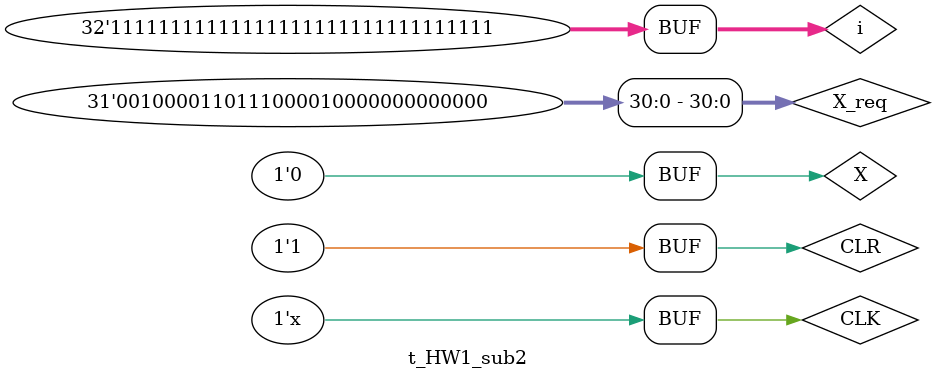
<source format=v>
`timescale 1ns / 1ps

module t_HW1_sub2();
reg X, CLK, CLR;
reg [31:0] X_req;
integer i;
wire D1_3_a, D1_3_b, D1_3_c, B1_3_a, B1_3_b, B1_3_c;

HW1_sub2_behavioral hw1_3_a(.D(D1_3_a), .B(B1_3_a), .X(X), .CLK(CLK), .CLR(CLR));
HW1_sub2_dataflow hw1_3_b(.D(D1_3_b), .B(B1_3_b), .X(X), .CLK(CLK), .CLR(CLR));
HW1_sub2_structural hw1_3_c(.D(D1_3_c), .B(B1_3_c), .X(X), .CLK(CLK), .CLR(CLR));

initial begin
    X = 1'b0;
    
    X_req[30:0] = {1'b0, 1'b0, 1'b1, 
    1'b0, 1'b0, 1'b0, 1'b0, 
    1'b1, 1'b1, 1'b0, 1'b1, 
    1'b1, 1'b1, 1'b0, 1'b0, 
    1'b0, 1'b0, 1'b1, 1'b0, 
    1'b0, 1'b0, 1'b0, 1'b0, 
    1'b0, 1'b0, 1'b0, 1'b0, 
    1'b0, 1'b0, 1'b0, 1'b0};
    
    CLK = 1'b0;
    CLR = 1'b1;
    
end

always begin
    for(i = 30; i >= 0; i = i-1)
    begin
        #25;
        X = X_req[i];    
    end
end

always #50 CLK = ~CLK;

endmodule

</source>
